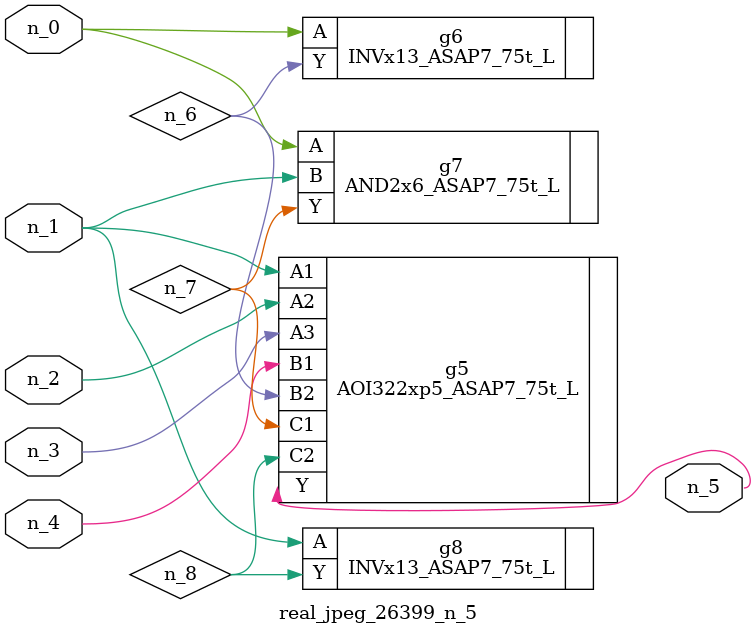
<source format=v>
module real_jpeg_26399_n_5 (n_4, n_0, n_1, n_2, n_3, n_5);

input n_4;
input n_0;
input n_1;
input n_2;
input n_3;

output n_5;

wire n_8;
wire n_6;
wire n_7;

INVx13_ASAP7_75t_L g6 ( 
.A(n_0),
.Y(n_6)
);

AND2x6_ASAP7_75t_L g7 ( 
.A(n_0),
.B(n_1),
.Y(n_7)
);

AOI322xp5_ASAP7_75t_L g5 ( 
.A1(n_1),
.A2(n_2),
.A3(n_3),
.B1(n_4),
.B2(n_6),
.C1(n_7),
.C2(n_8),
.Y(n_5)
);

INVx13_ASAP7_75t_L g8 ( 
.A(n_1),
.Y(n_8)
);


endmodule
</source>
